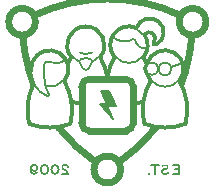
<source format=gbr>
%TF.GenerationSoftware,KiCad,Pcbnew,8.0.3*%
%TF.CreationDate,2024-09-22T18:07:20+10:00*%
%TF.ProjectId,ChatterBox,43686174-7465-4724-926f-782e6b696361,rev?*%
%TF.SameCoordinates,Original*%
%TF.FileFunction,Legend,Bot*%
%TF.FilePolarity,Positive*%
%FSLAX46Y46*%
G04 Gerber Fmt 4.6, Leading zero omitted, Abs format (unit mm)*
G04 Created by KiCad (PCBNEW 8.0.3) date 2024-09-22 18:07:20*
%MOMM*%
%LPD*%
G01*
G04 APERTURE LIST*
%ADD10C,0.150000*%
%ADD11C,0.300000*%
%ADD12C,0.600000*%
G04 APERTURE END LIST*
D10*
%TO.C,REF\u002A\u002A*%
X5300309Y5697586D02*
G75*
G02*
X4188675Y5697586I-555817J0D01*
G01*
X4188675Y5697586D02*
G75*
G02*
X5300309Y5697586I555817J0D01*
G01*
X4185725Y5721627D02*
G75*
G02*
X3122173Y5721627I-531776J0D01*
G01*
X3122173Y5721627D02*
G75*
G02*
X4185725Y5721627I531776J0D01*
G01*
X2308559Y9097406D02*
G75*
G02*
X2957969Y8544983I-614364J-1380150D01*
G01*
X-1453855Y7091485D02*
G75*
G02*
X-2474416Y7091486I-510280J883832D01*
G01*
X-5046559Y3463075D02*
G75*
G02*
X-5474934Y5007587I2570192J1544512D01*
G01*
X-5474934Y6076130D02*
X-5474934Y5007587D01*
X-5474934Y6076130D02*
G75*
G02*
X-5097003Y6307846I260000J0D01*
G01*
X-3620825Y6454123D02*
G75*
G02*
X-5097003Y6307846I-852308J1079525D01*
G01*
X-5136468Y3353957D02*
G75*
G02*
X-6361157Y4456176I751052J2065996D01*
G01*
X-3833951Y4754866D02*
G75*
G02*
X-5372324Y4229877I-1180481J942720D01*
G01*
X2102842Y8245964D02*
G75*
G02*
X2216784Y8188640I39232J-63921D01*
G01*
X3259373Y7462875D02*
G75*
G02*
X2216783Y8188639I-218002J798575D01*
G01*
X-1423765Y6307326D02*
G75*
G02*
X-1703477Y5732330I-1206068J231170D01*
G01*
X-1561300Y6545544D02*
G75*
G02*
X-1423765Y6307325I-68977J-198636D01*
G01*
X-2366970Y6545544D02*
G75*
G02*
X-1561301Y6545544I402835J-1160070D01*
G01*
X-2504505Y6307326D02*
G75*
G02*
X-2366969Y6545544I206512J39582D01*
G01*
X-2224793Y5732330D02*
G75*
G02*
X-2504505Y6307326I926356J806166D01*
G01*
X-1703477Y5732330D02*
G75*
G02*
X-2224793Y5732330I-260658J226839D01*
G01*
X2102842Y8245964D02*
G75*
G02*
X285441Y8445199I-780255J1271285D01*
G01*
X6254063Y6183062D02*
X5273620Y5867753D01*
X-783653Y6774536D02*
G75*
G02*
X-1423938Y6306424I-1180482J942720D01*
G01*
X-2504332Y6306425D02*
G75*
G02*
X-3144617Y6774536I540197J1410831D01*
G01*
X-5046559Y3463075D02*
G75*
G02*
X-5136467Y3353956I-64285J-38632D01*
G01*
X2874677Y6774536D02*
G75*
G02*
X513713Y6774536I-1180482J942720D01*
G01*
X5924974Y4754866D02*
G75*
G02*
X3564010Y4754866I-1180482J942720D01*
G01*
X43095Y3826534D02*
X-713085Y3826534D01*
X567328Y2544861D02*
X43095Y3826534D01*
X-129486Y2544861D02*
X567328Y2544861D01*
X375185Y1474793D02*
X-129486Y2544861D01*
X-743670Y2769414D02*
X375185Y1474793D01*
X-123561Y2769414D02*
X-743670Y2769414D01*
X-713085Y3826534D02*
X-123561Y2769414D01*
X-7259Y3751534D02*
X-585385Y3751534D01*
X455620Y2619861D02*
X-7259Y3751534D01*
X-247781Y2619861D02*
X455620Y2619861D01*
X73573Y1938487D02*
X-247781Y2619861D01*
X-579725Y2694414D02*
X73573Y1938487D01*
X4138Y2694414D02*
X-579725Y2694414D01*
X-585385Y3751534D02*
X4138Y2694414D01*
X-57614Y3676534D02*
X-457686Y3676534D01*
X343912Y2694861D02*
X-57614Y3676534D01*
X89762Y2694861D02*
X343912Y2694861D01*
X-457686Y3676534D02*
X89762Y2694861D01*
X-107968Y3601534D02*
X-329987Y3601534D01*
X232204Y2769861D02*
X-107968Y3601534D01*
X133811Y2769861D02*
X232204Y2769861D01*
X-329987Y3601534D02*
X133811Y2769861D01*
X-158323Y3526534D02*
X-202288Y3526534D01*
X-37348Y3230767D02*
X-158323Y3526534D01*
X-202288Y3526534D02*
X-37348Y3230767D01*
X-330492Y2619414D02*
X-415780Y2619414D01*
X-228040Y2402182D02*
X-330492Y2619414D01*
X-415780Y2619414D02*
X-228040Y2402182D01*
X5925333Y-3208430D02*
X5419149Y-3208430D01*
X5925333Y-2419430D02*
X5925333Y-3208430D01*
X5419149Y-2419430D02*
X5925333Y-2419430D01*
X5562812Y-2774480D02*
X5925333Y-2774480D01*
X3573603Y-2419430D02*
X4200949Y-2419430D01*
X3887276Y-3208430D02*
X3887276Y-2419430D01*
X4527994Y-2529919D02*
G75*
G02*
X4571253Y-2479770I125325J-64374D01*
G01*
X4571253Y-2479770D02*
G75*
G02*
X4946848Y-2479769I187798J-262072D01*
G01*
X4946848Y-2479770D02*
G75*
G02*
X4946849Y-2708815I-82065J-114523D01*
G01*
X4946848Y-2708816D02*
G75*
G02*
X4816931Y-2763918I-187797J262072D01*
G01*
X4688308Y-2787390D02*
X4816931Y-2763918D01*
X4529520Y-2854737D02*
G75*
G02*
X4688308Y-2787389I229531J-320310D01*
G01*
X4529520Y-3134681D02*
G75*
G02*
X4529521Y-2854736I100303J139972D01*
G01*
X4988581Y-3134681D02*
G75*
G02*
X4529521Y-3134681I-229530J320310D01*
G01*
X5041453Y-3073388D02*
G75*
G02*
X4988581Y-3134682I-153175J78679D01*
G01*
X3385888Y-3116247D02*
X3385888Y-3208430D01*
X-3439354Y-3208430D02*
X-4016335Y-3208430D01*
X-3579438Y-2928909D02*
G75*
G02*
X-3439354Y-3208430I-208834J-279521D01*
G01*
X-3683543Y-2867047D02*
G75*
G02*
X-3579438Y-2928908I-240062J-522526D01*
G01*
X-3863524Y-2784359D02*
X-3683543Y-2867047D01*
X-3863524Y-2784359D02*
G75*
G02*
X-3928705Y-2744535I135680J295323D01*
G01*
X-3928705Y-2744535D02*
G75*
G02*
X-3928705Y-2489037I100430J127749D01*
G01*
X-3928705Y-2489036D02*
G75*
G02*
X-3526983Y-2489036I200861J-255499D01*
G01*
X-3526984Y-2489036D02*
G75*
G02*
X-3464914Y-2616785I-100430J-127750D01*
G01*
X-5681297Y-2540814D02*
G75*
G02*
X-5231087Y-2540814I225105J-148035D01*
G01*
X-5231088Y-2540814D02*
G75*
G02*
X-5231088Y-3087047I-415306J-273116D01*
G01*
X-5231088Y-3087046D02*
G75*
G02*
X-5681296Y-3087047I-225104J148034D01*
G01*
X-5681297Y-3087046D02*
G75*
G02*
X-5681297Y-2540813I415306J273116D01*
G01*
X-6066951Y-2679221D02*
G75*
G02*
X-6586533Y-2679221I-259791J0D01*
G01*
X-6586533Y-2679221D02*
G75*
G02*
X-6066951Y-2679221I259791J0D01*
G01*
X-6101637Y-3087046D02*
G75*
G02*
X-6551846Y-3087048I-225105J148034D01*
G01*
X-6551846Y-3087046D02*
G75*
G02*
X-6551846Y-2540814I415305J273116D01*
G01*
X-6551846Y-2540814D02*
G75*
G02*
X-6326742Y-2419431I225104J-148035D01*
G01*
X-4794934Y-2540814D02*
G75*
G02*
X-4344726Y-2540815I225104J-148035D01*
G01*
X-4344725Y-2540814D02*
G75*
G02*
X-4344725Y-3087047I-415306J-273116D01*
G01*
X-4344725Y-3087046D02*
G75*
G02*
X-4794934Y-3087048I-225105J148034D01*
G01*
X-4794934Y-3087046D02*
G75*
G02*
X-4794934Y-2540814I415305J273116D01*
G01*
D11*
X3002232Y8613654D02*
G75*
G02*
X3801508Y7981241I404884J-309576D01*
G01*
X-6402983Y4372474D02*
G75*
G02*
X-6465123Y6337889I2017567J1047479D01*
G01*
X-134970Y4977670D02*
G75*
G02*
X472984Y6705754I4841216J-732196D01*
G01*
X472985Y6705755D02*
G75*
G02*
X2329571Y9170110I1221210J1011501D01*
G01*
X2329571Y9170111D02*
G75*
G02*
X3985232Y7752351I1123159J-363995D01*
G01*
X3985231Y7752352D02*
G75*
G02*
X3801508Y7981242I-67652J133877D01*
G01*
X3002232Y8613654D02*
G75*
G02*
X2915406Y6705755I-1308037J-896398D01*
G01*
X2915406Y6705755D02*
G75*
G02*
X3202464Y6127014I-4233261J-2460281D01*
G01*
X3224888Y6150677D02*
G75*
G02*
X5965702Y4686085I1519604J-453091D01*
G01*
X6471460Y5523558D02*
G75*
G02*
X6043731Y4546637I-1726968J174028D01*
G01*
X-6465123Y6337888D02*
G75*
G02*
X-3793221Y4686085I1450691J-640302D01*
G01*
X-3185345Y6705755D02*
G75*
G02*
X-742925Y6705755I1221210J1011501D01*
G01*
X-742925Y6705755D02*
G75*
G02*
X-134970Y4977671I-4233261J-2460281D01*
G01*
X-3481774Y6104342D02*
G75*
G02*
X-3185345Y6705755I4529690J-1858868D01*
G01*
X-2312220Y2768599D02*
G75*
G02*
X-3177847Y2907134I348085J4948657D01*
G01*
X-3793222Y4686085D02*
G75*
G02*
X-3272884Y1052441I-4233261J-2460281D01*
G01*
X-6755980Y1052441D02*
G75*
G02*
X-6456570Y4258950I4753598J1173363D01*
G01*
X-3272884Y1052441D02*
G75*
G02*
X-6755980Y1052441I-1741548J4645145D01*
G01*
X2907907Y2907134D02*
G75*
G02*
X2042280Y2768599I-1213712J4810122D01*
G01*
X3523282Y4686085D02*
G75*
G02*
X3206397Y5311902I1221210J1011501D01*
G01*
X3206397Y5311902D02*
G75*
G02*
X3224888Y6150677I447552J409725D01*
G01*
X6486040Y1052441D02*
G75*
G02*
X3002944Y1052441I-1741548J4645145D01*
G01*
X5965703Y4686085D02*
G75*
G02*
X6486041Y1052441I-4233261J-2460281D01*
G01*
X3002944Y1052441D02*
G75*
G02*
X3523282Y4686085I4753599J1173363D01*
G01*
X-6456570Y4258950D02*
G75*
G02*
X-6936828Y5656534I13543141J5435195D01*
G01*
X6617380Y5488387D02*
G75*
G02*
X6186631Y4258950I-13973890J4205758D01*
G01*
X4188258Y767985D02*
G75*
G02*
X4025720Y561630I-11544768J8926160D01*
G01*
X-4295660Y561629D02*
G75*
G02*
X-4458198Y767984I11382231J9132516D01*
G01*
D12*
X8221186Y9694145D02*
G75*
G02*
X5951956Y9694145I-1134615J0D01*
G01*
X5951956Y9694145D02*
G75*
G02*
X8221186Y9694145I1134615J0D01*
G01*
X-6221895Y9694145D02*
G75*
G02*
X-8491125Y9694145I-1134615J0D01*
G01*
X-8491125Y9694145D02*
G75*
G02*
X-6221895Y9694145I1134615J0D01*
G01*
X999645Y-2813930D02*
G75*
G02*
X-1269585Y-2813930I-1134615J0D01*
G01*
X-1269585Y-2813930D02*
G75*
G02*
X999645Y-2813930I1134615J0D01*
G01*
X2042280Y4220146D02*
X2042280Y1088146D01*
X1431030Y4831396D02*
G75*
G02*
X2042280Y4220146I0J-611250D01*
G01*
X-1700970Y4831396D02*
X1431030Y4831396D01*
X-2312220Y4220146D02*
G75*
G02*
X-1700970Y4831396I611250J0D01*
G01*
X-2312220Y1088146D02*
X-2312220Y4220146D01*
X2042280Y1088146D02*
G75*
G02*
X1431030Y476896I-611250J0D01*
G01*
X-1700970Y476896D02*
X1431030Y476896D01*
X-1700970Y476896D02*
G75*
G02*
X-2312220Y1088146I0J611250D01*
G01*
X-6792684Y5698036D02*
G75*
G02*
X-7311944Y8560406I13879255J3996109D01*
G01*
X-6352380Y10222419D02*
G75*
G02*
X6082441Y10222419I6217410J-13036349D01*
G01*
X7028777Y8515812D02*
G75*
G02*
X6471461Y5523558I-14398515J1133739D01*
G01*
X3908724Y655501D02*
G75*
G02*
X824594Y-2208465I-11265234J9038644D01*
G01*
X-1094534Y-2208465D02*
G75*
G02*
X-4178664Y655501I8181105J11902610D01*
G01*
%TD*%
M02*

</source>
